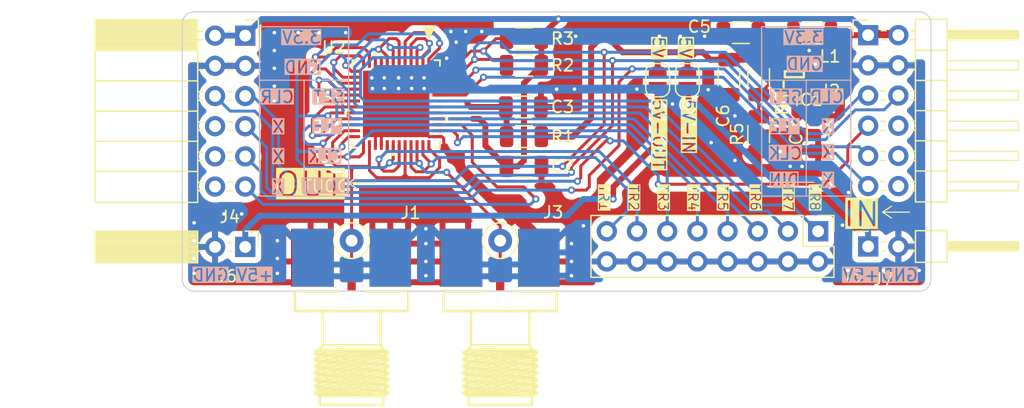
<source format=kicad_pcb>
(kicad_pcb (version 20240108) (generator "pcbnew") (generator_version "8.0")
  (layers (0 "F.Cu" signal) (31 "B.Cu" signal) (34 "B.Paste" user) (35 "F.Paste" user) (36 "B.SilkS" user "B.Silkscreen") (37 "F.SilkS" user "F.Silkscreen") (38 "B.Mask" user) (39 "F.Mask" user) (44 "Edge.Cuts" user))
  (net 0 "")
  (net 1 "+3.3V")
  (net 2 "GND")
  (net 3 "Net-(U2-VCC)")
  (net 4 "+5V")
  (net 5 "Net-(IC1-SW)")
  (net 6 "Net-(IC1-FB)")
  (net 7 "Net-(U2-COM1)")
  (net 8 "/DIN")
  (net 9 "/CLR")
  (net 10 "/*LE")
  (net 12 "/SET")
  (net 13 "/CLK")
  (net 16 "Net-(U2-COM0)")
  (net 19 "/DOUT")
  (net 21 "/TR6")
  (net 22 "/TR3")
  (net 23 "/TR4")
  (net 24 "/TR2")
  (net 25 "/TR8")
  (net 26 "/TR5")
  (net 27 "/TR1")
  (net 28 "/TR7")
  (net 29 "Net-(J6-Pin_1)")
  (net 30 "Net-(J7-Pin_1)")
  (footprint "TestPoint:TestPoint_Loop_D1.80mm_Drill1.0mm_Beaded" (layer "F.Cu") (at 160.75 81.5)
    (property "Reference" "REF**" (hide yes))
    (property "Value" "TestPoint_Loop_D1.80mm_Drill1.0mm_Beaded" (hide yes))
  )
  (footprint "ICTAMKY_V8:AMPHENOL_132357-11-MOD" (layer "F.Cu") (at 160.75 84.5 90)
    (property "Reference" "J3")
    (property "Value" "AMPHENOL_132357-11" (hide yes))
  )
  (footprint "Resistor_SMD:R_1206_3216Metric" (layer "F.Cu") (at 162.75 64.5)
    (property "Reference" "R3")
    (property "Value" "10K")
  )
  (footprint "Connector_PinHeader_2.54mm:PinHeader_2x01_P2.54mm_Horizontal" (layer "F.Cu") (at 191.71 81.99)
    (property "Reference" "J7")
    (property "Value" "22-23-2021")
  )
  (footprint "Jumper:SolderJumper-2_P1.3mm_Open_RoundedPad1.0x1.5mm" (layer "F.Cu") (at 176.5 68 90)
    (property "Reference" "JP2" (hide yes))
    (property "Value" "Jumper_2_Open")
  )
  (footprint "Connector_PinHeader_2.54mm:PinHeader_2x06_P2.54mm_Horizontal" (layer "F.Cu") (at 191.71 64.21)
    (property "Reference" "J2")
    (property "Value" "90122-0126")
  )
  (footprint "Resistor_SMD:R_1206_3216Metric" (layer "F.Cu") (at 182.5 67.75 90)
    (property "Reference" "R4")
    (property "Value" "732K")
  )
  (footprint "Connector_PinSocket_2.54mm:PinSocket_2x01_P2.54mm_Horizontal" (layer "F.Cu") (at 139.3 82.03)
    (property "Reference" "J6")
    (property "Value" "22-23-2021")
  )
  (footprint "Resistor_SMD:R_1206_3216Metric" (layer "F.Cu") (at 182.5 72.5375 90)
    (property "Reference" "R5")
    (property "Value" "100K")
  )
  (footprint "ICTAMKY_V8:21-0144H_T4877-6_MXM" (layer "F.Cu") (at 152 70 -90)
    (property "Reference" "U2")
    (property "Value" "MAX14866UTM+T")
  )
  (footprint "Inductor_SMD:L_1206_3216Metric" (layer "F.Cu") (at 187 64 180)
    (property "Reference" "L1")
    (property "Value" "1uH")
  )
  (footprint "TestPoint:TestPoint_Loop_D1.80mm_Drill1.0mm_Beaded" (layer "F.Cu") (at 148.25 81.5)
    (property "Reference" "REF**" (hide yes))
    (property "Value" "TestPoint_Loop_D1.80mm_Drill1.0mm_Beaded" (hide yes))
  )
  (footprint "Capacitor_SMD:C_1206_3216Metric" (layer "F.Cu") (at 162.7044 70.250001 180)
    (property "Reference" "C3")
    (property "Value" "100nF")
  )
  (footprint "Connector_PinSocket_2.54mm:PinSocket_2x06_P2.54mm_Horizontal" (layer "F.Cu") (at 139.3 64.25)
    (property "Reference" "J4")
    (property "Value" "90122-0126")
  )
  (footprint "SamacSys_Parts:SOTFL50P160X60-6N" (layer "F.Cu") (at 185.5 67.5 90)
    (property "Reference" "IC1")
    (property "Value" "TPS61023DRLR" (hide yes))
  )
  (footprint "Capacitor_SMD:C_1206_3216Metric" (layer "F.Cu") (at 180 67.75 90)
    (property "Reference" "C6")
    (property "Value" "22uF")
  )
  (footprint "Jumper:SolderJumper-2_P1.3mm_Open_RoundedPad1.0x1.5mm" (layer "F.Cu") (at 174 68 90)
    (property "Reference" "JP1" (hide yes))
    (property "Value" "Jumper_2_Open")
  )
  (footprint "ICTAMKY_V8:AMPHENOL_132357-11-MOD" (layer "F.Cu") (at 148.25 84.5 90)
    (property "Reference" "J1")
    (property "Value" "AMPHENOL_132357-11" (hide yes))
  )
  (footprint "Resistor_SMD:R_1206_3216Metric" (layer "F.Cu") (at 162.75 66.75)
    (property "Reference" "R2")
    (property "Value" "10K")
  )
  (footprint "Resistor_SMD:R_1206_3216Metric" (layer "F.Cu") (at 162.75 72.75)
    (property "Reference" "R1")
    (property "Value" "10R")
  )
  (footprint "Capacitor_SMD:C_1206_3216Metric" (layer "F.Cu") (at 181 64)
    (property "Reference" "C5")
    (property "Value" "22uF")
  )
  (footprint "Capacitor_SMD:C_1206_3216Metric" (layer "F.Cu") (at 162.75 75.25 180)
    (property "Reference" "C2")
    (property "Value" "1uF")
  )
  (footprint "Connector_PinHeader_2.54mm:PinHeader_2x08_P2.54mm_Vertical" (layer "F.Cu") (at 187.5 80.71 -90)
    (property "Reference" "J5")
    (property "Value" "Conn_02x08_Odd_Even")
  )
  (footprint "Capacitor_SMD:C_1206_3216Metric" (layer "F.Cu") (at 187.5 72.5 90)
    (property "Reference" "C4")
    (property "Value" "10uF")
  )
  (gr_line (start 144.25 77.75) (end 144.25 68) (stroke (width 0.1)) (layer "B.SilkS"))
  (gr_line (start 148 68) (end 140.5 68) (stroke (width 0.1)) (layer "B.SilkS"))
  (gr_rect (start 140.5 63.5) (end 148 77.75) (stroke (width 0.1)) (fill none) (layer "B.SilkS"))
  (gr_line (start 190.25 68) (end 182.75 68) (stroke (width 0.1)) (layer "B.SilkS"))
  (gr_rect (start 182.75 63.5) (end 190.25 77.75) (stroke (width 0.1)) (fill none) (layer "B.SilkS"))
  (gr_line (start 186.5 77.75) (end 186.5 68) (stroke (width 0.1)) (layer "B.SilkS"))
  (gr_poly (pts (xy 154.25 63.5) (xy 155.25 63.5) (xy 154.75 64.5)) (stroke (width 0.1)) (fill solid) (layer "F.SilkS"))
  (gr_line (start 192.925 79.1) (end 193.675 78.6) (stroke (width 0.1)) (layer "F.SilkS"))
  (gr_line (start 147.975 76.65) (end 148.725 77.15) (stroke (width 0.1)) (layer "F.SilkS"))
  (gr_line (start 147.975 76.65) (end 148.725 76.15) (stroke (width 0.1)) (layer "F.SilkS"))
  (gr_line (start 150.225 76.65) (end 147.975 76.65) (stroke (width 0.1)) (layer "F.SilkS"))
  (gr_line (start 192.925 79.1) (end 193.675 79.6) (stroke (width 0.1)) (layer "F.SilkS"))
  (gr_line (start 195.175 79.1) (end 192.925 79.1) (stroke (width 0.1)) (layer "F.SilkS"))
  (gr_arc (start 134 63.25) (mid 134.292893 62.542893) (end 135 62.25) (stroke (width 0.1)) (layer "Edge.Cuts"))
  (gr_arc (start 135 85.75) (mid 134.292893 85.457107) (end 134 84.75) (stroke (width 0.1)) (layer "Edge.Cuts"))
  (gr_line (start 197 63.25) (end 197 84.75) (stroke (width 0.1)) (layer "Edge.Cuts"))
  (gr_line (start 134 84.75) (end 134 63.25) (stroke (width 0.1)) (layer "Edge.Cuts"))
  (gr_line (start 135 62.25) (end 196 62.25) (stroke (width 0.1)) (layer "Edge.Cuts"))
  (gr_arc (start 196 62.25) (mid 196.707107 62.542893) (end 197 63.25) (stroke (width 0.1)) (layer "Edge.Cuts"))
  (gr_arc (start 197 84.75) (mid 196.707107 85.457107) (end 196 85.75) (stroke (width 0.1)) (layer "Edge.Cuts"))
  (gr_line (start 196 85.75) (end 135 85.75) (stroke (width 0.1)) (layer "Edge.Cuts"))
  (gr_text "X" (at 187.75 71.25 180) (layer "B.SilkS" knockout) (effects (font (size 1 1)) (justify left bottom mirror)))
  (gr_text "DIN" (at 186 77 0) (layer "B.SilkS" knockout) (effects (font (size 1 1)) (justify left bottom mirror)))
  (gr_text "CLK" (at 147.5 75 0) (layer "B.SilkS" knockout) (effects (font (size 1 1)) (justify left bottom mirror)))
  (gr_text "+5V" (at 141.75 85 0) (layer "B.SilkS" knockout) (effects (font (size 1 1)) (justify left bottom mirror)))
  (gr_text "+5V" (at 192.75 85 0) (layer "B.SilkS" knockout) (effects (font (size 1 1)) (justify left bottom mirror)))
  (gr_text "X" (at 187.75 73.4 180) (layer "B.SilkS" knockout) (effects (font (size 1 1)) (justify left bottom mirror)))
  (gr_text "GND" (at 145.75 67.5 0) (layer "B.SilkS" knockout) (effects (font (size 1 1)) (justify left bottom mirror)))
  (gr_text "GND" (at 138 85 0) (layer "B.SilkS" knockout) (effects (font (size 1 1)) (justify left bottom mirror)))
  (gr_text "3.3V" (at 145.75 65 0) (layer "B.SilkS" knockout) (effects (font (size 1 1)) (justify left bottom mirror)))
  (gr_text "X" (at 141.5 76.3 180) (layer "B.SilkS" knockout) (effects (font (size 1 1)) (justify left bottom mirror)))
  (gr_text "CLR" (at 189.75 70 0) (layer "B.SilkS" knockout) (effects (font (size 1 1)) (justify left bottom mirror)))
  (gr_text "X" (at 187.75 75.75 180) (layer "B.SilkS" knockout) (effects (font (size 1 1)) (justify left bottom mirror)))
  (gr_text "SET" (at 186.25 70 0) (layer "B.SilkS" knockout) (effects (font (size 1 1)) (justify left bottom mirror)))
  (gr_text "DOUT" (at 148.1 77.5 0) (layer "B.SilkS" knockout) (effects (font (size 1 1)) (justify left bottom mirror)))
  (gr_text "X" (at 141.5 73.75 180) (layer "B.SilkS" knockout) (effects (font (size 1 1)) (justify left bottom mirror)))
  (gr_text "SET" (at 147.75 70 0) (layer "B.SilkS" knockout) (effects (font (size 1 1)) (justify left bottom mirror)))
  (gr_text "3.3V" (at 188 65 0) (layer "B.SilkS" knockout) (effects (font (size 1 1)) (justify left bottom mirror)))
  (gr_text "CLR" (at 143.5 70 0) (layer "B.SilkS" knockout) (effects (font (size 1 1)) (justify left bottom mirror)))
  (gr_text "CLK" (at 186.25 74.75 0) (layer "B.SilkS" knockout) (effects (font (size 1 1)) (justify left bottom mirror)))
  (gr_text "GND" (at 188 67.25 0) (layer "B.SilkS" knockout) (effects (font (size 1 1)) (justify left bottom mirror)))
  (gr_text "*LE" (at 186 72.5 0) (layer "B.SilkS" knockout) (effects (font (size 1 1)) (justify left bottom mirror)))
  (gr_text "GND" (at 196 85 0) (layer "B.SilkS" knockout) (effects (font (size 1 1)) (justify left bottom mirror)))
  (gr_text "X" (at 141.5 71.25 180) (layer "B.SilkS" knockout) (effects (font (size 1 1)) (justify left bottom mirror)))
  (gr_text "*LE" (at 147.5 72.5 0) (layer "B.SilkS" knockout) (effects (font (size 1 1)) (justify left bottom mirror)))
  (gr_text "OUT" (at 141.7 77.95 0) (layer "F.SilkS" knockout) (effects (font (size 2 2) (thickness 0.2)) (justify left bottom)))
  (gr_text "TR6" (at 181.75 76.75 -90) (layer "F.SilkS" knockout) (effects (font (size 0.8 0.8) (thickness 0.1)) (justify left bottom)))
  (gr_text "TR4" (at 176.5 76.75 -90) (layer "F.SilkS" knockout) (effects (font (size 0.8 0.8) (thickness 0.1)) (justify left bottom)))
  (gr_text "TR7" (at 184.5 76.75 -90) (layer "F.SilkS" knockout) (effects (font (size 0.8 0.8) (thickness 0.1)) (justify left bottom)))
  (gr_text "TR1" (at 169 76.75 -90) (layer "F.SilkS" knockout) (effects (font (size 0.8 0.8) (thickness 0.1)) (justify left bottom)))
  (gr_text "5V" (at 173.5 64.25 -90) (layer "F.SilkS" knockout) (effects (font (size 1 1)) (justify left bottom)))
  (gr_text "TR3" (at 174 76.75 -90) (layer "F.SilkS" knockout) (effects (font (size 0.8 0.8) (thickness 0.1)) (justify left bottom)))
  (gr_text "TR8" (at 186.75 76.75 -90) (layer "F.SilkS" knockout) (effects (font (size 0.8 0.8) (thickness 0.1)) (justify left bottom)))
  (gr_text "5V-OUT" (at 173.5 69.5 -90) (layer "F.SilkS" knockout) (effects (font (size 1 1)) (justify left bottom)))
  (gr_text "5V-IN" (at 176 69.5 270) (layer "F.SilkS" knockout) (effects (font (size 1 1)) (justify left bottom)))
  (gr_text "IN" (at 189.5 80.45 0) (layer "F.SilkS" knockout) (effects (font (size 2 2) (thickness 0.2)) (justify left bottom)))
  (gr_text "TR2" (at 171.5 76.75 -90) (layer "F.SilkS" knockout) (effects (font (size 0.8 0.8) (thickness 0.1)) (justify left bottom)))
  (gr_text "TR5" (at 179 76.75 -90) (layer "F.SilkS" knockout) (effects (font (size 0.8 0.8) (thickness 0.1)) (justify left bottom)))
  (gr_text "5V" (at 175.75 64.25 -90) (layer "F.SilkS" knockout) (effects (font (size 1 1)) (justify left bottom)))
  (segment (start 161.25 75.25) (end 161.275 75.25) (width 0.5) (layer "F.Cu") (net 1))
  (segment (start 185.5 69.1) (end 185.5 68.419) (width 0.3) (layer "F.Cu") (net 1))
  (segment (start 158.45 71.25) (end 155.4544 71.25) (width 0.25) (layer "F.Cu") (net 1))
  (segment (start 159 71.25) (end 159.5 71.75) (width 0.5) (layer "F.Cu") (net 1))
  (segment (start 164.2125 64.5) (end 164.2125 66.75) (width 0.5) (layer "F.Cu") (net 1))
  (segment (start 161.275 75.25) (end 162.25 75.25) (width 0.5) (layer "F.Cu") (net 1))
  (segment (start 162.75 74.75) (end 162.75 68.25) (width 0.5) (layer "F.Cu") (net 1))
  (segment (start 162.25 75.25) (end 162.75 74.75) (width 0.5) (layer "F.Cu") (net 1))
  (segment (start 164.2125 64.2875) (end 164.2125 64.5) (width 0.5) (layer "F.Cu") (net 1))
  (segment (start 158.45 71.25) (end 159 71.25) (width 0.5) (layer "F.Cu") (net 1))
  (segment (start 187.331 68.25) (end 185.669 68.25) (width 0.3) (layer "F.Cu") (net 1))
  (segment (start 161.275 75.075) (end 161.275 75.25) (width 0.25) (layer "F.Cu") (net 1))
  (segment (start 159.5 71.75) (end 159.5 73.5) (width 0.5) (layer "F.Cu") (net 1))
  (segment (start 164.2125 66.7875) (end 164.2125 66.75) (width 0.5) (layer "F.Cu") (net 1))
  (segment (start 194.25 64.025) (end 191.71 64.025) (width 0.5) (layer "F.Cu") (net 1))
  (segment (start 165.65 62.85) (end 164.2125 64.2875) (width 0.5) (layer "F.Cu") (net 1))
  (segment (start 162.75 68.25) (end 164.2125 66.7875) (width 0.5) (layer "F.Cu") (net 1))
  (segment (start 159.5 73.5) (end 161.25 75.25) (width 0.5) (layer "F.Cu") (net 1))
  (via (at 165.65 62.85) (size 0.6) (drill 0.3) (layers "F.Cu" "B.Cu") (net 1))
  (segment (start 139.3 64.25) (end 136.76 64.25) (width 0.5) (layer "B.Cu") (net 1))
  (segment (start 140.7 62.85) (end 139.3 64.25) (width 0.5) (layer "B.Cu") (net 1))
  (segment (start 165.65 62.85) (end 140.7 62.85) (width 0.5) (layer "B.Cu") (net 1))
  (segment (start 181.1 62.85) (end 190.35 62.85) (width 0.5) (layer "B.Cu") (net 1))
  (segment (start 190.35 62.85) (end 191.71 64.21) (width 0.5) (layer "B.Cu") (net 1))
  (segment (start 181.1 62.85) (end 165.65 62.85) (width 0.5) (layer "B.Cu") (net 1))
  (segment (start 153 82.09375) (end 153 78.60625) (width 0.5) (layer "F.Cu") (net 2))
  (segment (start 156.24375 81.75) (end 152.75625 81.75) (width 0.5) (layer "F.Cu") (net 2))
  (segment (start 150.75 66.5456) (end 150.75 68.75) (width 0.25) (layer "F.Cu") (net 2))
  (segment (start 150.250001 66.5456) (end 150.250001 68.250001) (width 0.25) (layer "F.Cu") (net 2))
  (segment (start 144.6375 83.25) (end 141.15 83.25) (width 0.5) (layer "F.Cu") (net 2))
  (segment (start 168.49375 85) (end 165.00625 85) (width 0.5) (layer "F.Cu") (net 2))
  (segment (start 151.5 82.4375) (end 151.5 78.95) (width 0.5) (layer "F.Cu") (net 2))
  (segment (start 164 82.4875) (end 164 81.35) (width 1) (layer "F.Cu") (net 2))
  (segment (start 156.24375 85) (end 152.75625 85) (width 0.5) (layer "F.Cu") (net 2))
  (segment (start 155.4544 70.750001) (end 152.750001 70.750001) (width 0.25) (layer "F.Cu") (net 2))
  (segment (start 155.4544 70.25) (end 152.25 70.25) (width 0.25) (layer "F.Cu") (net 2))
  (segment (start 150.250001 73.4544) (end 150.250001 71.749999) (width 0.25) (layer "F.Cu") (net 2))
  (segment (start 158.05 82.49375) (end 158.05 79.00625) (width 0.5) (layer "F.Cu") (net 2))
  (segment (start 155.4544 67.25) (end 155.8 67.25) (width 0.25) (layer "F.Cu") (net 2))
  (segment (start 155.85 72.75) (end 156 72.9) (width 0.25) (layer "F.Cu") (net 2))
  (segment (start 167.85 83.25) (end 164.95625 83.25) (width 0.5) (layer "F.Cu") (net 2))
  (segment (start 143.74375 85) (end 140.25625 85) (width 0.5) (layer "F.Cu") (net 2))
  (segment (start 155.4544 72.75) (end 154.75 72.75) (width 0.25) (layer "F.Cu") (net 2))
  (segment (start 154.75 72.75) (end 152 70) (width 0.25) (layer "F.Cu") (net 2))
  (segment (start 150.75 73.4544) (end 150.75 71.25) (width 0.25) (layer "F.Cu") (net 2))
  (segment (start 156.24375 83.25) (end 152.75625 83.25) (width 0.5) (layer "F.Cu") (net 2))
  (segment (start 164 81.35) (end 161.4 78.75) (width 1) (layer "F.Cu") (net 2))
  (segment (start 155.9 82.54375) (end 155.9 79.05625) (width 0.5) (layer "F.Cu") (net 2))
  (segment (start 155.8 67.25) (end 156.05 67) (width 0.25) (layer "F.Cu") (net 2))
  (segment (start 156 72.9) (end 156 73.8) (width 0.25) (layer "F.Cu") (net 2))
  (segment (start 156.05 67) (end 156.05 66.2) (width 0.25) (layer "F.Cu") (net 2))
  (segment (start 186.15 66.662) (end 187.4 66.662) (width 0.5) (layer "F.Cu") (net 2))
  (segment (start 150 82.39375) (end 150 78.90625) (width 0.5) (layer "F.Cu") (net 2))
  (segment (start 144.8 78.1) (end 144.8 81.5875) (width 0.5) (layer "F.Cu") (net 2))
  (segment (start 161.4 78.75) (end 161.35 78.75) (width 1) (layer "F.Cu") (net 2))
  (segment (start 156 73.8) (end 156.6 74.4) (width 0.25) (layer "F.Cu") (net 2))
  (segment (start 146.5 78.35) (end 146.5 81.8375) (width 0.5) (layer "F.Cu") (net 2))
  (segment (start 155.4544 72.75) (end 155.85 72.75) (width 0.25) (layer "F.Cu") (net 2))
  (segment (start 153.925 68.075) (end 153.575 68.425) (width 0.25) (layer "F.Cu") (net 2))
  (segment (start 155.4544 67.25) (end 154.75 67.25) (width 0.25) (layer "F.Cu") (net 2))
  (segment (start 154.75 67.25) (end 153.925 68.075) (width 0.25) (layer "F.Cu") (net 2))
  (via (at 186.15 75.25) (size 0.6) (drill 0.3) (layers "F.Cu" "B.Cu") (net 2))
  (via (at 152.2 67.8) (size 0.6) (drill 0.3) (layers "F.Cu" "B.Cu") (net 2))
  (via (at 154.35 67.8) (size 0.6) (drill 0.3) (layers "F.Cu" "B.Cu") (net 2))
  (via (at 141.75 68.5) (size 0.6) (drill 0.3) (layers "F.Cu" "B.Cu") (net 2))
  (via (at 142 83) (size 0.6) (drill 0.3) (layers "F.Cu" "B.Cu") (net 2))
  (via (at 142 84.25) (size 0.6) (drill 0.3) (layers "F.Cu" "B.Cu") (net 2))
  (via (at 141.75 67) (size 0.6) (drill 0.3) (layers "F.Cu" "B.Cu") (net 2))
  (via (at 185.15 75.25) (size 0.6) (drill 0.3) (layers "F.Cu" "B.Cu") (net 2))
  (via (at 139 79.25) (size 0.6) (drill 0.3) (layers "F.Cu" "B.Cu") (net 2))
  (via (at 143.75 64) (size 0.6) (drill 0.3) (layers "F.Cu" "B.Cu") (net 2))
  (via (at 156.25 66.15) (size 0.6) (drill 0.3) (layers "F.Cu" "B.Cu") (net 2))
  (via (at 159.2 63.9) (size 0.6) (drill 0.3) (layers "F.Cu" "B.Cu") (net 2))
  (via (at 154.5 81.75) (size 0.6) (drill 0.3) (layers "F.Cu" "B.Cu") (net 2))
  (via (at 141.75 65.5) (size 0.6) (drill 0.3) (layers "F.Cu" "B.Cu") (net 2))
  (via (at 149.95 67.8) (size 0.6) (drill 0.3) (layers "F.Cu" "B.Cu") (net 2))
  (via (at 175.25 70) (size 0.6) (drill 0.3) (layers "F.Cu" "B.Cu") (net 2))
  (via (at 141.75 64) (size 0.6) (drill 0.3) (layers "F.Cu" "B.Cu") (net 2))
  (via (at 137.5 79.25) (size 0.6) (drill 0.3) (layers "F.Cu" "B.Cu") (net 2))
  (via (at 157.85 63.9) (size 0.6) (drill 0.3) (layers "F.Cu" "B.Cu") (net 2))
  (via (at 178.25 68.8) (size 0.6) (drill 0.3) (layers "F.Cu" "B.Cu") (net 2))
  (via (at 135 83) (size 0.6) (drill 0.3) (layers "F.Cu" "B.Cu") (net 2))
  (via (at 189.55 80.2) (size 0.6) (drill 0.3) (layers "F.Cu" "B.Cu") (net 2))
  (via (at 187.25 66.662) (size 0.6) (drill 0.3) (layers "F.Cu" "B.Cu") (net 2))
  (via (at 145.5 64) (size 0.6) (drill 0.3) (layers "F.Cu" "B.Cu") (net 2))
  (via (at 184.3 74) (size 0.6) (drill 0.3) (layers "F.Cu" "B.Cu") (net 2))
  (via (at 166.75 84.45) (size 0.6) (drill 0.3) (layers "F.Cu" "B.Cu") (net 2))
  (via (at 156.6 63.9) (size 0.6) (drill 0.3) (layers "F.Cu" "B.Cu") (net 2))
  (via (at 165.8 64.3) (size 0.6) (drill 0.3) (layers "F.Cu" "B.Cu") (net 2))
  (via (at 177.95 64.3) (size 0.6) (drill 0.3) (layers "F.Cu" "B.Cu") (net 2))
  (via (at 135 81.5) (size 0.6) (drill 0.3) (layers "F.Cu" "B.Cu") (net 2))
  (via (at 150 68.7) (size 0.6) (drill 0.3) (layers "F.Cu" "B.Cu") (net 2))
  (via (at 180.5 71) (size 0.6) (drill 0.3) (layers "F.Cu" "B.Cu") (net 2))
  (via (at 174.15 64.3) (size 0.6) (drill 0.3) (layers "F.Cu" "B.Cu") (net 2))
  (via (at 147.75 64) (size 0.6) (drill 0.3) (layers "F.Cu" "B.Cu") (net 2))
  (via (at 154.5 80.5) (size 0.6) (drill 0.3) (layers "F.Cu" "B.Cu") (net 2))
  (via (at 153.3 67.8) (size 0.6) (drill 0.3) (layers "F.Cu" "B.Cu") (net 2))
  (via (at 167.75 80.25) (size 0.6) (drill 0.3) (layers "F.Cu" "B.Cu") (net 2))
  (via (at 151 68.7) (size 0.6) (drill 0.3) (layers "F.Cu" "B.Cu") (net 2))
  (via (at 151 67.8) (size 0.6) (drill 0.3) (layers "F.Cu" "B.Cu") (net 2))
  (via (at 177.05 71.7) (size 0.6) (drill 0.3) (layers "F.Cu" "B.Cu") (net 2))
  (via (at 175.9 64.3) (size 0.6) (drill 0.3) (layers "F.Cu" "B.Cu") (net 2))
  (via (at 190 84) (size 0.6) (drill 0.3) (layers "F.Cu" "B.Cu") (net 2))
  (via (at 167.1 64.3) (size 0.6) (drill 0.3) (layers "F.Cu" "B.Cu") (net 2))
  (via (at 153.3 68.7) (size 0.6) (drill 0.3) (layers "F.Cu" "B.Cu") (net 2))
  (via (at 196 84) (size 0.6) (drill 0.3) (layers "F.Cu" "B.Cu") (net 2))
  (via (at 190.05 77.45) (size 0.6) (drill 0.3) (layers "F.Cu" "B.Cu") (net 2))
  (via (at 178.5 73.25) (size 0.6) (drill 0.3) (layers "F.Cu" "B.Cu") (net 2))
  (via (at 141.75 69.75) (size 0.6) (drill 0.3) (layers "F.Cu" "B.Cu") (net 2))
  (via (at 157.05 64.8) (size 0.6) (drill 0.3) (layers "F.Cu" "B.Cu") (net 2))
  (via (at 135 84.25) (size 0.6) (drill 0.3) (layers "F.Cu" "B.Cu") (net 2))
  (via (at 142 81.5) (size 0.6) (drill 0.3) (layers "F.Cu" "B.Cu") (net 2))
  (via (at 166.75 83.25) (size 0.6) (drill 0.3) (layers "F.Cu" "B.Cu") (net 2))
  (via (at 180.5 74.75) (size 0.6) (drill 0.3) (layers "F.Cu" "B.Cu") (net 2))
  (via (at 172.25 68.75) (size 0.6) (drill 0.3) (layers "F.Cu" "B.Cu") (net 2))
  (via (at 165.5 68.75) (size 0.6) (drill 0.3) (layers "F.Cu" "B.Cu") (net 2))
  (via (at 152.2 68.7) (size 0.6) (drill 0.3) (layers "F.Cu" "B.Cu") (net 2))
  (via (at 193 84) (size 0.6) (drill 0.3) (layers "F.Cu" "B.Cu") (net 2))
  (via (at 135 80) (size 0.6) (drill 0.3) (layers "F.Cu" "B.Cu") (net 2))
  (via (at 154.5 83.25) (size 0.6) (drill 0.3) (layers "F.Cu" "B.Cu") (net 2))
  (via (at 166.75 81.75) (size 0.6) (drill 0.3) (layers "F.Cu" "B.Cu") (net 2))
  (via (at 154.35 68.7) (size 0.6) (drill 0.3) (layers "F.Cu" "B.Cu") (net 2))
  (via (at 154.5 84.45) (size 0.6) (drill 0.3) (layers "F.Cu" "B.Cu") (net 2))
  (via (at 186.75 65.5) (size 0.6) (drill 0.3) (layers "F.Cu" "B.Cu") (net 2))
  (via (at 167 68.75) (size 0.6) (drill 0.3) (layers "F.Cu" "B.Cu") (net 2))
  (segment (start 162.5 82.4875) (end 167.8875 82.4875) (width 0.5) (layer "B.Cu") (net 2))
  (segment (start 157.25 84.5) (end 163.75 84.5) (width 0.5) (layer "B.Cu") (net 2))
  (segment (start 167.8875 82.4875) (end 167.95 82.55) (width 0.5) (layer "B.Cu") (net 2))
  (segment (start 145.05 83) (end 145.55 83.5) (width 0.5) (layer "B.Cu") (net 2))
  (segment (start 151.05 83.5) (end 151.55 83) (width 0.5) (layer "B.Cu") (net 2))
  (segment (start 144.95 84.5) (end 151.45 84.5) (width 0.5) (layer "B.Cu") (net 2))
  (segment (start 157.3 82.45) (end 158.35 83.5) (width 0.5) (layer "B.Cu") (net 2))
  (segment (start 158.35 83.5) (end 162.75 83.5) (width 0.5) (layer "B.Cu") (net 2))
  (segment (start 162.85 84.45) (end 168.35 84.45) (width 0.5) (layer "B.Cu") (net 2))
  (segment (start 162.75 83.5) (end 163.8 82.45) (width 0.5) (layer "B.Cu") (net 2))
  (segment (start 145.55 83.5) (end 151.05 83.5) (width 0.5) (layer "B.Cu") (net 2))
  (segment (start 161.229399 70.25) (end 161.2294 70.250001) (width 0.25) (layer "F.Cu") (net 3))
  (segment (start 161.2875 72.75) (end 161.2875 70.308101) (width 0.5) (layer "F.Cu") (net 3))
  (segment (start 161.2875 70.308101) (end 161.2294 70.250001) (width 0.25) (layer "F.Cu") (net 3))
  (segment (start 157.75 69.75) (end 155.4544 69.75) (width 0.25) (layer "F.Cu") (net 3))
  (segment (start 158 70) (end 158.25 70.25) (width 0.5) (layer "F.Cu") (net 3))
  (segment (start 158.25 70.25) (end 161.229399 70.25) (width 0.5) (layer "F.Cu") (net 3))
  (segment (start 158 70) (end 157.75 69.75) (width 0.25) (layer "F.Cu") (net 3))
  (segment (start 174 66.15) (end 173.5 65.65) (width 0.5) (layer "F.Cu") (net 4))
  (segment (start 164.2125 72.75) (end 166.85 72.75) (width 0.5) (layer "F.Cu") (net 4))
  (segment (start 176.5 66.25) (end 176.5 65.95) (width 0.5) (layer "F.Cu") (net 4))
  (segment (start 174 65.65) (end 174.75 65.65) (width 0.5) (layer "F.Cu") (net 4))
  (segment (start 174.75 65.65) (end 176 65.65) (width 0.5) (layer "F.Cu") (net 4))
  (segment (start 177.2 65.65) (end 177.8 65.65) (width 0.5) (layer "F.Cu") (net 4))
  (segment (start 182.8745 66.662) (end 182.5 66.2875) (width 0.5) (layer "F.Cu") (net 4))
  (segment (start 178.425 66.275) (end 180 66.275) (width 0.5) (layer "F.Cu") (net 4))
  (segment (start 176.8 65.65) (end 177.2 65.65) (width 0.5) (layer "F.Cu") (net 4))
  (segment (start 174 66.25) (end 174 65.65) (width 0.5) (layer "F.Cu") (net 4))
  (segment (start 176.5 66.5) (end 176.5 66.25) (width 0.5) (layer "F.Cu") (net 4))
  (segment (start 180 66.275) (end 182.4875 66.275) (width 0.5) (layer "F.Cu") (net 4))
  (segment (start 169.05 64.6) (end 170 64.6) (width 0.5) (layer "F.Cu") (net 4))
  (segment (start 176.5 66.5) (end 176.5 66.35) (width 0.5) (layer "F.Cu") (net 4))
  (segment (start 182.475 66.2625) (end 182.5 66.2875) (width 0.5) (layer "F.Cu") (net 4))
  (segment (start 176.5 66.35) (end 177.2 65.65) (width 0.5) (layer "F.Cu") (net 4))
  (segment (start 174 66.25) (end 174 66.15) (width 0.5) (layer "F.Cu") (net 4))
  (segment (start 168.4 71.2) (end 168.4 65.25) (width 0.5) (layer "F.Cu") (net 4))
  (segment (start 174 67.35) (end 174 66.25) (width 0.5) (layer "F.Cu") (net 4))
  (segment (start 176.5 66.25) (end 176.5 65.65) (width 0.5) (layer "F.Cu") (net 4))
  (segment (start 182.475 64) (end 182.475 66.2625) (width 0.5) (layer "F.Cu") (net 4))
  (segment (start 177.8 65.65) (end 178.425 66.275) (width 0.5) (layer "F.Cu") (net 4))
  (segment (start 166.85 72.75) (end 168.4 71.2) (width 0.5) (layer "F.Cu") (net 4))
  (segment (start 176.5 67.35) (end 176.5 66.5) (width 0.5) (layer "F.Cu") (net 4))
  (segment (start 184.85 66.662) (end 182.7245 66.662) (width 0.5) (layer "F.Cu") (net 4))
  (segment (start 174.5 65.65) (end 174.75 65.65) (width 0.5) (layer "F.Cu") (net 4))
  (segment (start 176 65.65) (end 176.5 65.65) (width 0.5) (layer "F.Cu") (net 4))
  (segment (start 173.5 65.65) (end 174 65.65) (width 0.5) (layer "F.Cu") (net 4))
  (segment (start 182.4875 66.275) (end 182.5 66.2875) (width 0.5) (layer "F.Cu") (net 4))
  (segment (start 176.5 66.25) (end 176.5 66.15) (width 0.5) (layer "F.Cu") (net 4))
  (segment (start 174 66.15) (end 174.5 65.65) (width 0.5) (layer "F.Cu") (net 4))
  (segment (start 176.5 65.95) (end 176.8 65.65) (width 0.5) (layer "F.Cu") (net 4))
  (segment (start 170 64.6) (end 171.05 65.65) (width 0.5) (layer "F.Cu") (net 4))
  (segment (start 171.05 65.65) (end 173.5 65.65) (width 0.5) (layer "F.Cu") (net 4))
  (segment (start 168.4 65.25) (end 169.05 64.6) (width 0.5) (layer "F.Cu") (net 4))
  (segment (start 176.5 66.15) (end 176 65.65) (width 0.5) (layer "F.Cu") (net 4))
  (segment (start 176.5 65.65) (end 176.8 65.65) (width 0.5) (layer "F.Cu") (net 4))
  (segment (start 185.5 66.662) (end 185.5 64.075) (width 0.25) (layer "F.Cu") (net 5))
  (segment (start 185.5 64.075) (end 185.425 64) (width 0.25) (layer "F.Cu") (net 5))
  (segment (start 183.3745 68.338) (end 182.5 69.2125) (width 0.25) (layer "F.Cu") (net 6))
  (segment (start 185 68.338) (end 183.3745 68.338) (width 0.25) (layer "F.Cu") (net 6))
  (segment (start 182.5 69.2125) (end 182.5 71.075) (width 0.25) (layer "F.Cu") (net 6))
  (segment (start 148.25 75.75) (end 148.25 75.499999) (width 0.25) (layer "F.Cu") (net 7))
  (segment (start 148.25 75.499999) (end 148 75.249999) (width 0.25) (layer "F.Cu") (net 7))
  (segment (start 148.25 84) (end 148.25 75.75) (width 0.25) (layer "F.Cu") (net 7))
  (segment (start 153 76.2) (end 154.8 76.2) (width 0.25) (layer "F.Cu") (net 7))
  (segment (start 148.25 75.499999) (end 148.5 75.249999) (width 0.25) (layer "F.Cu") (net 7))
  (segment (start 155.65 75.35) (end 155.65 74.65) (width 0.25) (layer "F.Cu") (net 7))
  (segment (start 155.65 74.65) (end 154.752001 73.752001) (width 0.25) (layer "F.Cu") (net 7))
  (segment (start 147.75 66.75) (end 148.247999 67.247999) (width 0.25) (layer "F.Cu") (net 7))
  (segment (start 154.752001 73.752001) (end 154.752001 73.4544) (width 0.25) (layer "F.Cu") (net 7))
  (segment (start 145.85 74.15) (end 146.949999 75.249999) (width 0.25) (layer "F.Cu") (net 7))
  (segment (start 148.247999 67.247999) (end 148.25 67.247999) (width 0.25) (layer "F.Cu") (net 7))
  (segment (start 145.85 73.3) (end 145.85 74.15) (width 0.25) (layer "F.Cu") (net 7))
  (segment (start 152.750001 76.149999) (end 152.750001 76) (width 0.25) (layer "F.Cu") (net 7))
  (segment (start 152.5 76.2) (end 152.7 76.2) (width 0.25) (layer "F.Cu") (net 7))
  (segment (start 152.750001 76.2) (end 153 76.2) (width 0.25) (layer "F.Cu") (net 7))
  (segment (start 149.749999 75.249999) (end 149.749999 75.599999) (width 0.25) (layer "F.Cu") (net 7))
  (segment (start 153.749999 65.500001) (end 154 65.25) (width 0.25) (layer "F.Cu") (net 7))
  (segment (start 152.750001 76) (end 152.7 76) (width 0.25) (layer "F.Cu") (net 7))
  (segment (start 152.7 76.2) (end 152.750001 76.149999) (width 0.25) (layer "F.Cu") (net 7))
  (segment (start 149.749999 73.4544) (end 149.749999 74.500001) (width 0.25) (layer "F.Cu") (net 7))
  (segment (start 146.499999 69.249999) (end 146.25 69) (width 0.25) (layer "F.Cu") (net 7))
  (segment (start 152.750001 76) (end 152.8 76) (width 0.25) (layer "F.Cu") (net 7))
  (segment (start 154.8 76.2) (end 155.65 75.35) (width 0.25) (layer "F.Cu") (net 7))
  (segment (start 148.5456 69.249999) (end 146.499999 69.249999) (width 0.25) (layer "F.Cu") (net 7))
  (segment (start 149.749999 74.500001) (end 149.749999 75.249999) (width 0.25) (layer "F.Cu") (net 7))
  (segment (start 151.75 65.5) (end 151.75 66.5456) (width 0.25) (layer "F.Cu") (net 7))
  (segment (start 146.949999 75.249999) (end 148 75.249999) (width 0.25) (layer "F.Cu") (net 7))
  (segment (start 148.5 75.249999) (end 149.749999 75.249999) (width 0.25) (layer "F.Cu") (net 7))
  (segment (start 151.5 65.25) (end 151.75 65.5) (width 0.25) (layer "F.Cu") (net 7))
  (segment (start 148.25 75.249999) (end 148.5 75.249999) (width 0.25) (layer "F.Cu") (net 7))
  (segment (start 152.8 76) (end 153 76.2) (width 0.25) (layer "F.Cu") (net 7))
  (segment (start 148 75.249999) (end 148.25 75.249999) (width 0.25) (layer "F.Cu") (net 7))
  (segment (start 149.749999 75.599999) (end 150.35 76.2) (width 0.25) (layer "F.Cu") (net 7))
  (segment (start 148.25 67.247999) (end 148.252001 67.25) (width 0.25) (layer "F.Cu") (net 7))
  (segment (start 152.750001 76) (end 152.750001 73.4544) (width 0.25) (layer "F.Cu") (net 7))
  (segment (start 147.400001 71.749999) (end 148.5456 71.749999) (width 0.25) (layer "F.Cu") (net 7))
  (segment (start 152.7 76) (end 152.5 76.2) (width 0.25) (layer "F.Cu") (net 7))
  (segment (start 145.85 73.3) (end 147.400001 71.749999) (width 0.25) (layer "F.Cu") (net 7))
  (segment (start 148.25 75.75) (end 148.25 75.249999) (width 0.25) (layer "F.Cu") (net 7))
  (segment (start 153.749999 66.5456) (end 153.749999 65.500001) (width 0.25) (layer "F.Cu") (net 7))
  (segment (start 150.35 76.2) (end 152.5 76.2) (width 0.25) (layer "F.Cu") (net 7))
  (segment (start 148.252001 67.25) (end 148.5456 67.25) (width 0.25) (layer "F.Cu") (net 7))
  (via (at 151.5 65.25) (size 0.6) (drill 0.3) (layers "F.Cu" "B.Cu") (net 7))
  (via (at 154 65.25) (size 0.6) (drill 0.3) (layers "F.Cu" "B.Cu") (net 7))
  (via (at 147.75 66.75) (size 0.6) (drill 0.3) (layers "F.Cu" "B.Cu") (net 7))
  (via (at 145.85 73.3) (size 0.6) (drill 0.3) (layers "F.Cu" "B.Cu") (net 7))
  (via (at 146.25 69) (size 0.6) (drill 0.3) (layers "F.Cu" "B.Cu") (net 7))
  (segment (start 144.55 73.4) (end 144.2 73.05) (width 0.25) (layer "B.Cu") (net 7))
  (segment (start 150 64.6) (end 147.85 66.75) (width 0.25) (layer "B.Cu") (net 7))
  (segment (start 146.5 65.75) (end 147.25 65.75) (width 0.25) (layer "B.Cu") (net 7))
  (segment (start 147.25 65.75) (end 147.75 66.25) (width 0.25) (layer "B.Cu") (net 7))
  (segment (start 151.5 65.25) (end 154 65.25) (width 0.25) (layer "B.Cu") (net 7))
  (segment (start 147.75 66.25) (end 147.75 66.75) (width 0.25) (layer "B.Cu") (net 7))
  (segment (start 144.8 67.45) (end 146.5 65.75) (width 0.25) (layer "B.Cu") (net 7))
  (segment (start 144.2 72.3) (end 144.65 71.85) (width 0.25) (layer "B.Cu") (net 7))
  (segment (start 145.75 73.4) (end 144.55 73.4) (width 0.25) (layer "B.Cu") (net 7))
  (segment (start 145.35 69) (end 144.8 68.45) (width 0.25) (layer "B.Cu") (net 7))
  (segment (start 147 71.25) (end 147 69.75) (width 0.25) (layer "B.Cu") (net 7))
  (segment (start 150.95 64.6) (end 150 64.6) (width 0.25) (layer "B.Cu") (net 7))
  (segment (start 144.2 73.05) (end 144.2 72.3) (width 0.25) (layer "B.Cu") (net 7))
  (segment (start 144.65 71.85) (end 146.4 71.85) (width 0.25) (layer "B.Cu") (net 7))
  (segment (start 146.25 69) (end 145.35 69) (width 0.25) (layer "B.Cu") (net 7))
  (segment (start 146.4 71.85) (end 147 71.25) (width 0.25) (layer "B.Cu") (net 7))
  (segment (start 144.8 68.45) (end 144.8 67.45) (width 0.25) (layer "B.Cu") (net 7))
  (segment (start 147.85 66.75) (end 147.75 66.75) (width 0.25) (layer "B.Cu") (net 7))
  (segment (start 151.5 65.25) (end 151.5 65.15) (width 0.25) (layer "B.Cu") (net 7))
  (segment (start 147 69.75) (end 146.25 69) (width 0.25) (layer "B.Cu") (net 7))
  (segment (start 145.85 73.3) (end 145.75 73.4) (width 0.25) (layer "B.Cu") (net 7))
  (segment (start 151.5 65.15) (end 150.95 64.6) (width 0.25) (layer "B.Cu") (net 7))
  (segment (start 157.850001 69.249999) (end 155.4544 69.249999) (width 0.25) (layer "F.Cu") (net 8))
  (segment (start 159.35 67.75) (end 157.850001 69.249999) (width 0.25) (layer "F.Cu") (net 8))
  (via (at 159.35 67.75) (size 0.6) (drill 0.3) (layers "F.Cu" "B.Cu") (net 8))
  (segment (start 179.5 67.75) (end 185.9 74.15) (width 0.25) (layer "B.Cu") (net 8))
  (segment (start 188.95 74.15) (end 191.71 76.91) (width 0.25) (layer "B.Cu") (net 8))
  (segment (start 159.35 67.75) (end 179.5 67.75) (width 0.25) (layer "B.Cu") (net 8))
  (segment (start 185.9 74.15) (end 188.95 74.15) (width 0.25) (layer "B.Cu") (net 8))
  (segment (start 170.2 71.8) (end 170.2 66.35) (width 0.25) (layer "F.Cu") (net 9))
  (segment (start 159.35 65.55) (end 160.4 64.5) (width 0.25) (layer "F.Cu") (net 9))
  (segment (start 156.100001 67.749999) (end 155.4544 67.749999) (width 0.25) (layer "F.Cu") (net 9))
  (segment (start 158.3 65.55) (end 156.100001 67.749999) (width 0.25) (layer "F.Cu") (net 9))
  (segment (start 160.4 64.5) (end 161.2875 64.5) (width 0.25) (layer "F.Cu") (net 9))
  (segment (start 159.35 65.55) (end 158.3 65.55) (width 0.25) (layer "F.Cu") (net 9))
  (segment (start 166.75 75.25) (end 170.2 71.8) (width 0.25) (layer "F.Cu") (net 9))
  (segment (start 166.75 75.75) (end 166.75 75.25) (width 0.25) (layer "F.Cu") (net 9))
  (via (at 166.75 75.75) (size 0.6) (drill 0.3) (layers "F.Cu" "B.Cu") (net 9))
  (via (at 159.35 65.55) (size 0.6) (drill 0.3) (layers "F.Cu" "B.Cu") (net 9))
  (via (at 170.2 66.35) (size 0.6) (drill 0.3) (layers "F.Cu" "B.Cu") (net 9))
  (segment (start 159.35 65.55) (end 160.15 66.35) (width 0.25) (layer "B.Cu") (net 9))
  (segment (start 166.5 76) (end 158.75 76) (width 0.25) (layer "B.Cu") (net 9))
  (segment (start 137.1 69.35) (end 136.9 69.55) (width 0.25) (layer "B.Cu") (net 9))
  (segment (start 138.03 70.6) (end 137.1 69.67) (width 0.25) (layer "B.Cu") (net 9))
  (segment (start 158.75 76) (end 157.8 76.95) (width 0.25) (layer "B.Cu") (net 9))
  (segment (start 190.633794 70.491206) (end 193.048794 70.491206) (width 0.25) (layer "B.Cu") (net 9))
  (segment (start 141.6 76.7) (end 141.6 72.1) (width 0.25) (layer "B.Cu") (net 9))
  (segment (start 179.65 66.35) (end 186.3 73) (width 0.25) (layer "B.Cu") (net 9))
  (segment (start 188.125 73) (end 190.633794 70.491206) (width 0.25) (layer "B.Cu") (net 9))
  (segment (start 166.75 75.75) (end 166.5 76) (width 0.25) (layer "B.Cu") (net 9))
  (segment (start 193.048794 70.491206) (end 194.25 69.29) (width 0.25) (layer "B.Cu") (net 9))
  (segment (start 137.1 69.67) (end 137.1 69.35) (width 0.25) (layer "B.Cu") (net 9))
  (segment (start 141.6 72.1) (end 140.1 70.6) (width 0.25) (layer "B.Cu") (net 9))
  (segment (start 140.1 70.6) (end 138.03 70.6) (width 0.25) (layer "B.Cu") (net 9))
  (segment (start 141.85 76.95) (end 141.6 76.7) (width 0.25) (layer "B.Cu") (net 9))
  (segment (start 186.3 73) (end 188.125 73) (width 0.25) (layer "B.Cu") (net 9))
  (segment (start 157.8 76.95) (end 141.85 76.95) (width 0.25) (layer "B.Cu") (net 9))
  (segment (start 160.15 66.35) (end 179.65 66.35) (width 0.25) (layer "B.Cu") (net 9))
  (segment (start 157.15 73.25) (end 157.15 72.65) (width 0.25) (layer "F.Cu") (net 10))
  (segment (start 190 74.8) (end 190 73.54) (width 0.25) (layer "F.Cu") (net 10))
  (segment (start 169.65 73.1) (end 170 73.1) (width 0.25) (layer "F.Cu") (net 10))
  (segment (start 167.525 75.225) (end 169.65 73.1) (width 0.25) (layer "F.Cu") (net 10))
  (segment (start 188.05 76.75) (end 190 74.8) (width 0.25) (layer "F.Cu") (net 10))
  (segment (start 174.05 76.75) (end 188.05 76.75) (width 0.25) (layer "F.Cu") (net 10))
  (segment (start 167.25 76.5) (end 167.525 76.225) (width 0.25) (layer "F.Cu") (net 10))
  (segment (start 156.750001 72.250001) (end 155.4544 72.250001) (width 0.25) (layer "F.Cu") (net 10))
  (segment (start 190 73.54) (end 191.71 71.83) (width 0.25) (layer "F.Cu") (net 10))
  (segment (start 167.525 76.225) (end 167.525 75.225) (width 0.25) (layer "F.Cu") (net 10))
  (segment (start 157.15 72.65) (end 156.750001 72.250001) (width 0.25) (layer "F.Cu") (net 10))
  (via (at 170 73.1) (size 0.6) (drill 0.3) (layers "F.Cu" "B.Cu") (net 10))
  (via (at 157.15 73.25) (size 0.6) (drill 0.3) (layers "F.Cu" "B.Cu") (net 10))
  (via (at 167.25 76.5) (size 0.6) (drill 0.3) (layers "F.Cu" "B.Cu") (net 10))
  (via (at 174.05 76.75) (size 0.6) (drill 0.3) (layers "F.Cu" "B.Cu") (net 10))
  (segment (start 157.65 72.75) (end 157.15 73.25) (width 0.25) (layer "B.Cu") (net 10))
  (segment (start 174.05 76.05) (end 171.1 73.1) (width 0.25) (layer "B.Cu") (net 10))
  (segment (start 167.25 76.5) (end 159 76.5) (width 0.25) (layer "B.Cu") (net 10))
  (segment (start 174.05 76.75) (end 174.05 76.05) (width 0.25) (layer "B.Cu") (net 10))
  (segment (start 141.55 77.45) (end 141.1 77) (width 0.25) (layer "B.Cu") (net 10))
  (segment (start 171.1 73.1) (end 170 73.1) (width 0.25) (layer "B.Cu") (net 10))
  (segment (start 141.1 73.65) (end 139.32 71.87) (width 0.25) (layer "B.Cu") (net 10))
  (segment (start 170 73.1) (end 169.65 72.75) (width 0.25) (layer "B.Cu") (net 10))
  (segment (start 139.32 71.87) (end 139.3 71.87) (width 0.25) (layer "B.Cu") (net 10))
  (segment (start 159 76.5) (end 158.05 77.45) (width 0.25) (layer "B.Cu") (net 10))
  (segment (start 158.05 77.45) (end 141.55 77.45) (width 0.25) (layer "B.Cu") (net 10))
  (segment (start 141.1 77) (end 141.1 73.65) (width 0.25) (layer "B.Cu") (net 10))
  (segment (start 169.65 72.75) (end 157.65 72.75) (width 0.25) (layer "B.Cu") (net 10))
  (segment (start 166 75.25) (end 166 75.225) (width 0.25) (layer "F.Cu") (net 12))
  (segment (start 158.6 66.25) (end 160.7875 66.25) (width 0.25) (layer "F.Cu") (net 12))
  (segment (start 156.599999 68.250001) (end 155.4544 68.250001) (width 0.25) (layer "F.Cu") (net 12))
  (segment (start 160.7875 66.25) (end 161.2875 66.75) (width 0.25) (layer "F.Cu") (net 12))
  (segment (start 169.5 71.725) (end 169.5 65.65) (width 0.25) (layer "F.Cu") (net 12))
  (segment (start 158.6 66.25) (end 156.599999 68.250001) (width 0.25) (layer "F.Cu") (net 12))
  (segment (start 166 75.225) (end 169.5 71.725) (width 0.25) (layer "F.Cu") (net 12))
  (via (at 158.6 66.25) (size 0.6) (drill 0.3) (layers "F.Cu" "B.Cu") (net 12))
  (via (at 169.5 65.65) (size 0.6) (drill 0.3) (layers "F.Cu" "B.Cu") (net 12))
  (via (at 166 75.25) (size 0.6) (drill 0.3) (layers "F.Cu" "B.Cu") (net 12))
  (segment (start 160.8 64.85) (end 161.6 65.65) (width 0.25) (layer "B.Cu") (net 12))
  (segment (start 142.1 75.1) (end 142.1 71.5) (width 0.25) (layer "B.Cu") (net 12))
  (segment (start 179.7 65.65) (end 186.55 72.5) (width 0.25) (layer "B.Cu") (net 12))
  (segment (start 158.6 66.25) (end 158.6 65.25) (width 0.25) (layer "B.Cu") (net 12))
  (segment (start 158.1 75.25) (end 156.9 76.45) (width 0.25) (layer "B.Cu") (net 12))
  (segment (start 159 64.85) (end 160.8 64.85) (width 0.25) (layer "B.Cu") (net 12))
  (segment (start 191.06 69.29) (end 191.71 69.29) (width 0.25) (layer "B.Cu") (net 12))
  (segment (start 142.1 71.5) (end 139.93 69.33) (width 0.25) (layer "B.Cu") (net 12))
  (segment (start 161.6 65.65) (end 179.7 65.65) (width 0.25) (layer "B.Cu") (net 12))
  (segment (start 139.93 69.33) (end 139.3 69.33) (width 0.25) (layer "B.Cu") (net 12))
  (segment (start 166 75.25) (end 158.1 75.25) (width 0.25) (layer "B.Cu") (net 12))
  (segment (start 186.55 72.5) (end 187.85 72.5) (width 0.25) (layer "B.Cu") (net 12))
  (segment (start 156.9 76.45) (end 143.45 76.45) (width 0.25) (layer "B.Cu") (net 12))
  (segment (start 143.45 76.45) (end 142.1 75.1) (width 0.25) (layer "B.Cu") (net 12))
  (segment (start 187.85 72.5) (end 191.06 69.29) (width 0.25) (layer "B.Cu") (net 12))
  (segment (start 158.6 65.25) (end 159 64.85) (width 0.25) (layer "B.Cu") (net 12))
  (segment (start 170.75 68.15) (end 171.85 67.05) (width 0.25) (layer "F.Cu") (net 13))
  (segment (start 158.7 67.15) (end 157.1 68.75) (width 0.25) (layer "F.Cu") (net 13))
  (segment (start 166.75 77.25) (end 167.975 77.25) (width 0.25) (layer "F.Cu") (net 13))
  (segment (start 167.975 77.25) (end 168.25 76.975) (width 0.25) (layer "F.Cu") (net 13))
  (segment (start 170.75 73.5) (end 170.75 68.15) (width 0.25) (layer "F.Cu") (net 13))
  (segment (start 157.1 68.75) (end 155.4544 68.75) (width 0.25) (layer "F.Cu") (net 13))
  (segment (start 168.25 76.975) (end 168.25 76) (width 0.25) (layer "F.Cu") (net 13))
  (segment (start 168.25 76) (end 170.75 73.5) (width 0.25) (layer "F.Cu") (net 13))
  (via (at 158.7 67.15) (size 0.6) (drill 0.3) (layers "F.Cu" "B.Cu") (net 13))
  (via (at 166.75 77.25) (size 0.6) (drill 0.3) (layers "F.Cu" "B.Cu") (net 13))
  (via (at 171.85 67.05) (size 0.6) (drill 0.3) (layers "F.Cu" "B.Cu") (net 13))
  (segment (start 140.6 75.71) (end 139.3 74.41) (width 0.25) (layer "B.Cu") (net 13))
  (segment (start 158.7 67.15) (end 158.8 67.05) (width 0.25) (layer "B.Cu") (net 13))
  (segment (start 140.6 77.25) (end 140.6 75.71) (width 0.25) (layer "B.Cu") (net 13))
  (segment (start 158.3 77.95) (end 141.3 77.95) (width 0.25) (layer "B.Cu") (net 13))
  (segment (start 186.15 73.6) (end 190.94 73.6) (width 0.25) (layer "B.Cu") (net 13))
  (segment (start 179.6 67.05) (end 186.15 73.6) (width 0.25) (layer "B.Cu") (net 13))
  (segment (start 141.3 77.95) (end 140.6 77.25) (width 0.25) (layer "B.Cu") (net 13))
  (segment (start 159 77.25) (end 158.3 77.95) (width 0.25) (layer "B.Cu") (net 13))
  (segment (start 190.94 73.6) (end 191.71 74.37) (width 0.25) (layer "B.Cu") (net 13))
  (segment (start 158.8 67.05) (end 179.6 67.05) (width 0.25) (layer "B.Cu") (net 13))
  (segment (start 166.75 77.25) (end 159 77.25) (width 0.25) (layer "B.Cu") (net 13))
  (segment (start 145.4 67.05) (end 146.05 67.05) (width 0.25) (layer "F.Cu") (net 16))
  (segment (start 145.2 66.05) (end 145.2 66.85) (width 0.25) (layer "F.Cu") (net 16))
  (segment (start 149.25 65.25) (end 149.752 65.752) (width 0.25) (layer "F.Cu") (net 16))
  (segment (start 146.499999 70.750001) (end 148.5456 70.750001) (width 0.25) (layer "F.Cu") (net 16))
  (segment (start 147.250001 68.250001) (end 148.5456 68.250001) (width 0.25) (layer "F.Cu") (net 16))
  (segment (start 151.75 74.65) (end 151.75 73.4544) (width 0.25) (layer "F.Cu") (net 16))
  (segment (start 153.95 75) (end 153.749999 74.799999) (width 0.25) (layer "F.Cu") (net 16))
  (segment (start 155.65 64.5) (end 155.15 64) (width 0.25) (layer "F.Cu") (net 16))
  (segment (start 156.25 75.75) (end 160.75 80.25) (width 0.25) (layer "F.Cu") (net 16))
  (segment (start 146.05 67.05) (end 147.250001 68.250001) (width 0.25) (layer "F.Cu") (net 16))
  (segment (start 155.65 64.9) (end 155.65 65.3) (width 0.25) (layer "F.Cu") (net 16))
  (segment (start 160.75 80.25) (end 160.75 84.05) (width 0.25) (layer "F.Cu") (net 16))
  (segment (start 149.2358 65.2642) (end 149.25 65.25) (width 0.25) (layer "F.Cu") (net 16))
  (segment (start 145.2 66.05) (end 146.15 66.05) (width 0.25) (layer "F.Cu") (net 16))
  (segment (start 155.65 65.3) (end 154.75 66.2) (width 0.25) (layer "F.Cu") (net 16))
  (segment (start 145.2 66.85) (end 145.4 67.05) (width 0.25) (layer "F.Cu") (net 16))
  (segment (start 146.25 71) (end 146.499999 70.750001) (width 0.25) (layer "F.Cu") (net 16))
  (segment (start 153.749999 74.799999) (end 153.749999 73.4544) (width 0.25) (layer "F.Cu") (net 16))
  (segment (start 146.9358 65.2642) (end 149.2358 65.2642) (width 0.25) (layer "F.Cu") (net 16))
  (segment (start 146.15 66.05) (end 146.9358 65.2642) (width 0.25) (layer "F.Cu") (net 16))
  (segment (start 147.45 73.3) (end 148 72.75) (width 0.25) (layer "F.Cu") (net 16))
  (segment (start 152.750001 64.749999) (end 152.750001 66.5456) (width 0.25) (layer "F.Cu") (net 16))
  (segment (start 154.75 66.543599) (end 154.752001 66.5456) (width 0.25) (layer "F.Cu") (net 16))
  (segment (start 153.5 64) (end 152.750001 64.749999) (width 0.25) (layer "F.Cu") (net 16))
  (segment (start 155.15 64) (end 153.5 64) (width 0.25) (layer "F.Cu") (net 16))
  (segment (start 151.45 74.95) (end 151.75 74.65) (width 0.25) (layer "F.Cu") (net 16))
  (segment (start 149.752 65.752) (end 149.752 66.5456) (width 0.25) (layer "F.Cu") (net 16))
  (segment (start 154.75 66.2) (end 154.75 66.5456) (width 0.25) (layer "F.Cu") (net 16))
  (segment (start 155.65 64.9) (end 155.65 64.5) (width 0.25) (layer "F.Cu") (net 16))
  (segment (start 147.45 73.6) (end 147.45 73.3) (width 0.25) (layer "F.Cu") (net 16))
  (segment (start 148 72.75) (end 148.5456 72.75) (width 0.25) (layer "F.Cu") (net 16))
  (via (at 156.25 75.75) (size 0.6) (drill 0.3) (layers "F.Cu" "B.Cu") (net 16))
  (via (at 151.45 74.95) (size 0.6) (drill 0.3) (layers "F.Cu" "B.Cu") (net 16))
  (via (at 145.2 66.05) (size 0.6) (drill 0.3) (layers "F.Cu" "B.Cu") (net 16))
  (via (at 153.95 75) (size 0.6) (drill 0.3) (layers "F.Cu" "B.Cu") (net 16))
  (via (at 147.45 73.6) (size 0.6) (drill 0.3) (layers "F.Cu" "B.Cu") (net 16))
  (via (at 155.65 64.9) (size 0.6) (drill 0.3) (layers "F.Cu" "B.Cu") (net 16))
  (via (at 146.25 71) (size 0.6) (drill 0.3) (layers "F.Cu" "B.Cu") (net 16))
  (segment (start 151.45 74.95) (end 151.05 75.35) (width 0.25) (layer "B.Cu") (net 16))
  (segment (start 143.7 71) (end 146.25 71) (width 0.25) (layer "B.Cu") (net 16))
  (segment (start 153.95 75.15) (end 153.95 75) (width 0.25) (layer "B.Cu") (net 16))
  (segment (start 155.65 64.55) (end 155.65 64.9) (width 0.25) (layer "B.Cu") (net 16))
  (segment (start 147.45 73.6) (end 147.05 74) (width 0.25) (layer "B.Cu") (net 16))
  (segment (start 155.2 64.1) (end 155.65 64.55) (width 0.25) (layer "B.Cu") (net 16))
  (segment (start 143.65 73.4) (end 143.65 71.05) (width 0.25) (layer "B.Cu") (net 16))
  (segment (start 144.35 75.35) (end 143.65 74.65) (width 0.25) (layer "B.Cu") (net 16))
  (segment (start 143.65 73.75) (end 143.65 73.4) (width 0.25) (layer "B.Cu") (net 16))
  (segment (start 156.25 75.75) (end 154.55 75.75) (width 0.25) (layer "B.Cu") (net 16))
  (segment (start 145.2 66.05) (end 145.15 66.05) (width 0.25) (layer "B.Cu") (net 16))
  (segment (start 146.225 65.025) (end 148.725 65.025) (width 0.25) (layer "B.Cu") (net 16))
  (segment (start 144 74) (end 143.9 74) (width 0.25) (layer "B.Cu") (net 16))
  (segment (start 143.9 74) (end 143.65 74.25) (width 0.25) (layer "B.Cu") (net 16))
  (segment (start 151.5 75) (end 153.95 75) (width 0.25) (layer "B.Cu") (net 16))
  (segment (start 145.2 66.05) (end 146.225 65.025) (width 0.25) (layer "B.Cu") (net 16))
  (segment (start 143.65 70.95) (end 143.7 71) (width 0.25) (layer "B.Cu") (net 16))
  (segment (start 151.05 75.35) (end 144.35 75.35) (width 0.25) (layer "B.Cu") (net 16))
  (segment (start 143.9 74) (end 143.65 73.75) (width 0.25) (layer "B.Cu") (net 16))
  (segment (start 143.65 67.55) (end 143.65 71.05) (width 0.25) (layer "B.Cu") (net 16))
  (segment (start 151.45 74.95) (end 151.5 75) (width 0.25) (layer "B.Cu") (net 16))
  (segment (start 143.65 74.65) (end 143.65 74.25) (width 0.25) (layer "B.Cu") (net 16))
  (segment (start 148.725 65.025) (end 149.65 64.1) (width 0.25) (layer "B.Cu") (net 16))
  (segment (start 143.65 71.05) (end 143.65 70.95) (width 0.25) (layer "B.Cu") (net 16))
  (segment (start 145.15 66.05) (end 143.65 67.55) (width 0.25) (layer "B.Cu") (net 16))
  (segment (start 143.65 74.25) (end 143.65 73.4) (width 0.25) (layer "B.Cu") (net 16))
  (segment (start 147.05 74) (end 144 74) (width 0.25) (layer "B.Cu") (net 16))
  (segment (start 149.65 64.1) (end 155.2 64.1) (width 0.25) (layer "B.Cu") (net 16))
  (segment (start 154.55 75.75) (end 153.95 75.15) (width 0.25) (layer "B.Cu") (net 16))
  (segment (start 158.4 72.65) (end 157.499999 71.749999) (width 0.25) (layer "F.Cu") (net 19))
  (segment (start 163.75 78) (end 162.725 76.975) (width 0.25) (layer "F.Cu") (net 19))
  (segment (start 160.475 76.975) (end 158.4 74.9) (width 0.25) (layer "F.Cu") (net 19))
  (segment (start 162.725 76.975) (end 160.475 76.975) (width 0.25) (layer "F.Cu") (net 19))
  (segment (start 158.4 74.9) (end 158.4 72.65) (width 0.25) (layer "F.Cu") (net 19))
  (segment (start 157.499999 71.749999) (end 155.4544 71.749999) (width 0.25) (layer "F.Cu") (net 19))
  (via (at 163.75 78) (size 0.6) (drill 0.3) (layers "F.Cu" "B.Cu") (net 19))
  (segment (start 140.8 78.45) (end 139.3 76.95) (width 0.25) (layer "B.Cu") (net 19))
  (segment (start 163.3 78.45) (end 140.8 78.45) (width 0.25) (layer "B.Cu") (net 19))
  (segment (start 163.75 78) (end 163.3 78.45) (width 0.25) (layer "B.Cu") (net 19))
  (segment (start 146.65 73.25) (end 147.649999 72.250001) (width 0.25) (layer "F.Cu") (net 21))
  (segment (start 147.9 74.45) (end 146.95 74.45) (width 0.25) (layer "F.Cu") (net 21))
  (segment (start 148.9 74.45) (end 149.25 74.1) (width 0.25) (layer "F.Cu") (net 21))
  (segment (start 146.95 74.45) (end 146.65 74.15) (width 0.25) (layer "F.Cu") (net 21))
  (segment (start 146.65 74.15) (end 146.65 73.25) (width 0.25) (layer "F.Cu") (net 21))
  (segment (start 147.9 74.45) (end 148.9 74.45) (width 0.25) (layer "F.Cu") (net 21))
  (segment (start 147.649999 72.250001) (end 148.5456 72.250001) (width 0.25) (layer "F.Cu") (net 21))
  (segment (start 149.25 74.1) (end 149.25 73.4544) (width 0.25) (layer "F.Cu") (net 21))
  (via (at 147.9 74.45) (size 0.6) (drill 0.3) (layers "F.Cu" "B.Cu") (net 21))
  (segment (start 147.9 74.35) (end 150 72.25) (width 0.25) (layer "B.Cu") (net 21))
  (segment (start 174.8 75.55) (end 174.8 80.71) (width 0.25) (layer "B.Cu") (net 21))
  (segment (start 150 72.25) (end 171.5 72.25) (width 0.25) (layer "B.Cu") (net 21))
  (segment (start 171.5 72.25) (end 174.8 75.55) (width 0.25) (layer "B.Cu") (net 21))
  (segment (start 147.9 74.45) (end 147.9 74.35) (width 0.25) (layer "B.Cu") (net 21))
  (segment (start 146.75 66.5) (end 146.75 67) (width 0.25) (layer "F.Cu") (net 22))
  (segment (start 146.75 66.5) (end 147.3 65.95) (width 0.25) (layer "F.Cu") (net 22))
  (segment (start 147.502 67.752) (end 148.5456 67.752) (width 0.25) (layer "F.Cu") (net 22))
  (segment (start 146.75 67) (end 147.502 67.752) (width 0.25) (layer "F.Cu") (net 22))
  (segment (start 148.95 65.95) (end 149.25 66.25) (width 0.25) (layer "F.Cu") (net 22))
  (segment (start 149.25 66.25) (end 149.25 66.5456) (width 0.25) (layer "F.Cu") (net 22))
  (segment (start 147.3 65.95) (end 148.95 65.95) (width 0.25) (layer "F.Cu") (net 22))
  (via (at 146.75 66.5) (size 0.6) (drill 0.3) (layers "F.Cu" "B.Cu") (net 22))
  (segment (start 146.75 67.7) (end 146.75 66.5) (width 0.25) (layer "B.Cu") (net 22))
  (segment (start 148.5 70.75) (end 148 70.25) (width 0.25) (layer "B.Cu") (net 22))
  (segment (start 148 68.95) (end 146.75 67.7) (width 0.25) (layer "B.Cu") (net 22))
  (segment (start 148 70.25) (end 148 68.95) (width 0.25) (layer "B.Cu") (net 22))
  (segment (start 172.5 70.75) (end 148.5 70.75) (width 0.25) (layer "B.Cu") (net 22))
  (segment (start 182.42 80.67) (end 172.5 70.75) (width 0.25) (layer "B.Cu") (net 22))
  (segment (start 182.42 80.71) (end 182.42 80.67) (width 0.25) (layer "B.Cu") (net 22))
  (segment (start 146 69.75) (end 148.543601 69.75) (width 0.25) (layer "F.Cu") (net 23))
  (segment (start 145.5 69.25) (end 146 69.75) (width 0.25) (layer "F.Cu") (net 23))
  (segment (start 145.5 68) (end 145.5 69.25) (width 0.25) (layer "F.Cu") (net 23))
  (segment (start 147 68.75) (end 148.5456 68.75) (width 0.25) (layer "F.Cu") (net 23))
  (segment (start 145.5 68) (end 146.25 68) (width 0.25) (layer "F.Cu") (net 23))
  (segment (start 146.25 68) (end 147 68.75) (width 0.25) (layer "F.Cu") (net 23))
  (segment (start 148.543601 69.75) (end 148.5456 69.751999) (width 0.25) (layer "F.Cu") (net 23))
  (via (at 145.5 68) (size 0.6) (drill 0.3) (layers "F.Cu" "B.Cu") (net 23))
  (segment (start 148.25 71.25) (end 147.5 70.5) (width 0.25) (layer "B.Cu") (net 23))
  (segment (start 146.3 68) (end 145.5 68) (width 0.25) (layer "B.Cu") (net 23))
  (segment (start 179.88 79.13) (end 172 71.25) (width 0.25) (layer "B.Cu") (net 23))
  (segment (start 147.5 69.2) (end 146.3 68) (width 0.25) (layer "B.Cu") (net 23))
  (segment (start 179.88 80.71) (end 179.88 79.13) (width 0.25) (layer "B.Cu") (net 23))
  (segment (start 172 71.25) (end 148.25 71.25) (width 0.25) (layer "B.Cu") (net 23))
  (segment (start 147.5 70.5) (end 147.5 69.2) (width 0.25) (layer "B.Cu") (net 23))
  (segment (start 150.5 65.4) (end 151.4 64.5) (width 0.25) (layer "F.Cu") (net 24))
  (segment (start 151.249999 66) (end 151.249999 66.5456) (width 0.25) (layer "F.Cu") (net 24))
  (segment (start 151.4 64.5) (end 152 64.5) (width 0.25) (layer "F.Cu") (net 24))
  (segment (start 150.649999 65.4) (end 151.249999 66) (width 0.25) (layer "F.Cu") (net 24))
  (segment (start 152 64.5) (end 152.25 64.75) (width 0.25) (layer "F.Cu") (net 24))
  (segment (start 152.25 64.75) (end 152.25 66.5456) (width 0.25) (layer "F.Cu") (net 24))
  (segment (start 150.5 65.4) (end 150.649999 65.4) (width 0.25) (layer "F.Cu") (net 24))
  (via (at 150.5 65.4) (size 0.6) (drill 0.3) (layers "F.Cu" "B.Cu") (net 24))
  (segment (start 148.8 70.25) (end 173 70.25) (width 0.25) (layer "B.Cu") (net 24))
  (segment (start 150 65.4) (end 148.5 66.9) (width 0.25) (layer "B.Cu") (net 24))
  (segment (start 148.5 69.95) (end 148.8 70.25) (width 0.25) (layer "B.Cu") (net 24))
  (segment (start 150.5 65.4) (end 150 65.4) (width 0.25) (layer "B.Cu") (net 24))
  (segment (start 181.75 79) (end 183.25 79) (width 0.25) (layer "B.Cu") (net 24))
  (segment (start 183.25 79) (end 184.96 80.71) (width 0.25) (layer "B.Cu") (net 24))
  (segment (start 148.5 66.9) (end 148.5 69.95) (width 0.25) (layer "B.Cu") (net 24))
  (segment (start 173 70.25) (end 181.75 79) (width 0.25) (layer "B.Cu") (net 24))
  (segment (start 154.3 75.7) (end 153.65 75.7) (width 0.25) (layer "F.Cu") (net 25))
  (segment (start 154.95 75) (end 154.25 74.3) (width 0.25) (layer "F.Cu") (net 25))
  (segment (start 154.95 75.05) (end 154.3 75.7) (width 0.25) (layer "F.Cu") (net 25))
  (segment (start 153.25 75.3) (end 153.25 73.4544) (width 0.25) (layer "F.Cu") (net 25))
  (segment (start 154.25 74.3) (end 154.25 73.456399) (width 0.25) (layer "F.Cu") (net 25))
  (segment (start 154.25 73.456399) (end 154.251999 73.4544) (width 0.25) (layer "F.Cu") (net 25))
  (segment (start 153.65 75.7) (end 153.25 75.3) (width 0.25) (layer "F.Cu") (net 25))
  (segment (start 154.95 75.05) (end 154.95 75) (width 0.25) (layer "F.Cu") (net 25))
  (via (at 154.95 75.05) (size 0.6) (drill 0.3) (layers "F.Cu" "B.Cu") (net 25))
  (segment (start 171.5 77.25) (end 171.5 78.93) (width 0.25) (layer "B.Cu") (net 25))
  (segment (start 168.75 74.5) (end 171.5 77.25) (width 0.25) (layer "B.Cu") (net 25))
  (segment (start 154.95 75.05) (end 155.5 74.5) (width 0.25) (layer "B.Cu") (net 25))
  (segment (start 155.5 74.5) (end 168.75 74.5) (width 0.25) (layer "B.Cu") (net 25))
  (segment (start 171.5 78.93) (end 169.72 80.71) (width 0.25) (layer "B.Cu") (net 25))
  (segment (start 145.575 72.65) (end 146.975 71.25) (width 0.25) (layer "F.Cu") (net 26))
  (segment (start 146 70.25) (end 148.543601 70.25) (width 0.25) (layer "F.Cu") (net 26))
  (segment (start 146.975 71.25) (end 148.5456 71.25) (width 0.25) (layer "F.Cu") (net 26))
  (segment (start 144.95 72.65) (end 144.95 71.3) (width 0.25) (layer "F.Cu") (net 26))
  (segment (start 144.95 71.3) (end 146 70.25) (width 0.25) (layer "F.Cu") (net 26))
  (segment (start 144.95 72.65) (end 145.575 72.65) (width 0.25) (layer "F.Cu") (net 26))
  (segment (start 148.543601 70.25) (end 148.5456 70.248001) (width 0.25) (layer "F.Cu") (net 26))
  (via (at 144.95 72.65) (size 0.6) (drill 0.3) (layers "F.Cu" "B.Cu") (net 26))
  (segment (start 147.5 71.75) (end 171.75 71.75) (width 0.25) (layer "B.Cu") (net 26))
  (segment (start 177.34 77.34) (end 177.34 80.71) (width 0.25) (layer "B.Cu") (net 26))
  (segment (start 171.75 71.75) (end 177.34 77.34) (width 0.25) (layer "B.Cu") (net 26))
  (segment (start 146.65 72.6) (end 147.5 71.75) (width 0.25) (layer "B.Cu") (net 26))
  (segment (start 145 72.6) (end 146.65 72.6) (width 0.25) (layer "B.Cu") (net 26))
  (segment (start 144.95 72.65) (end 145 72.6) (width 0.25) (layer "B.Cu") (net 26))
  (segment (start 153.75 64.5) (end 153.25 65) (width 0.25) (layer "F.Cu") (net 27))
  (segment (start 153.25 65) (end 153.25 66.5456) (width 0.25) (layer "F.Cu") (net 27))
  (segment (start 154.8 65.43125) (end 154.250001 65.981249) (width 0.25) (layer "F.Cu") (net 27))
  (segment (start 154.250001 65.981249) (end 154.250001 66.5456) (width 0.25) (layer "F.Cu") (net 27))
  (segment (start 154.8 64.9) (end 154.4 64.5) (width 0.25) (layer "F.Cu") (net 27))
  (segment (start 154.4 64.5) (end 153.75 64.5) (width 0.25) (layer "F.Cu") (net 27))
  (segment (start 154.25 66.5436) (end 154.248 66.5456) (width 0.25) (layer "F.Cu") (net 27))
  (segment (start 154.8 64.9) (end 154.8 65.43125) (width 0.25) (layer "F.Cu") (net 27))
  (via (at 154.8 64.9) (size 0.6) (drill 0.3) (layers "F.Cu" "B.Cu") (net 27))
  (segment (start 149 69.4) (end 149 67.15) (width 0.25) (layer "B.Cu") (net 27))
  (segment (start 154.8 64.9) (end 154.8 65.4) (width 0.25) (layer "B.Cu") (net 27))
  (segment (start 182.25 78.5) (end 173.5 69.75) (width 0.25) (layer "B.Cu") (net 27))
  (segment (start 150.05 66.1) (end 154.25 66.1) (width 0.25) (layer "B.Cu") (net 27))
  (segment (start 187.46 80.71) (end 185.25 78.5) (width 0.25) (layer "B.Cu") (net 27))
  (segment (start 149 67.15) (end 150.05 66.1) (width 0.25) (layer "B.Cu") (net 27))
  (segment (start 173.5 69.75) (end 149.35 69.75) (width 0.25) (layer "B.Cu") (net 27))
  (segment (start 154.8 65.55) (end 154.8 64.9) (width 0.25) (layer "B.Cu") (net 27))
  (segment (start 187.5 80.71) (end 187.46 80.71) (width 0.25) (layer "B.Cu") (net 27))
  (segment (start 154.25 66.1) (end 154.8 65.55) (width 0.25) (layer "B.Cu") (net 27))
  (segment (start 149.35 69.75) (end 149 69.4) (width 0.25) (layer "B.Cu") (net 27))
  (segment (start 185.25 78.5) (end 182.25 78.5) (width 0.25) (layer "B.Cu") (net 27))
  (segment (start 150.55 74.65) (end 150.55 75.25) (width 0.25) (layer "F.Cu") (net 28))
  (segment (start 150.55 75.25) (end 150.95 75.65) (width 0.25) (layer "F.Cu") (net 28))
  (segment (start 150.55 74.65) (end 151.25 73.95) (width 0.25) (layer "F.Cu") (net 28))
  (segment (start 151.25 73.454401) (end 151.249999 73.4544) (width 0.25) (layer "F.Cu") (net 28))
  (segment (start 151.25 73.95) (end 151.25 73.454401) (width 0.25) (layer "F.Cu") (net 28))
  (segment (start 150.95 75.65) (end 151.8 75.65) (width 0.25) (layer "F.Cu") (net 28))
  (segment (start 152.25 75.2) (end 152.25 73.4544) (width 0.25) (layer "F.Cu") (net 28))
  (segment (start 151.8 75.65) (end 152.25 75.2) (width 0.25) (layer "F.Cu") (net 28))
  (via (at 150.55 74.65) (size 0.6) (drill 0.3) (layers "F.Cu" "B.Cu") (net 28))
  (segment (start 151.2 74) (end 169.1 74) (width 0.25) (layer "B.Cu") (net 28))
  (segment (start 172.26 77.16) (end 172.26 80.71) (width 0.25) (layer "B.Cu") (net 28))
  (segment (start 169.1 74) (end 172.26 77.16) (width 0.25) (layer "B.Cu") (net 28))
  (segment (start 150.55 74.65) (end 151.2 74) (width 0.25) (layer "B.Cu") (net 28))
  (segment (start 174 73.25) (end 170.25 77) (width 0.5) (layer "F.Cu") (net 29))
  (segment (start 170.25 77) (end 170.25 78) (width 0.5) (layer "F.Cu") (net 29))
  (segment (start 174 68.65) (end 174 73.25) (width 0.5) (layer "F.Cu") (net 29))
  (via (at 170.25 78) (size 0.6) (drill 0.3) (layers "F.Cu" "B.Cu") (net 29))
  (segment (start 140.5 79.4) (end 139.3 80.6) (width 0.5) (layer "B.Cu") (net 29))
  (segment (start 167.75 78) (end 166.35 79.4) (width 0.5) (layer "B.Cu") (net 29))
  (segment (start 139.3 80.6) (end 139.3 82.03) (width 0.5) (layer "B.Cu") (net 29))
  (segment (start 166.35 79.4) (end 140.5 79.4) (width 0.5) (layer "B.Cu") (net 29))
  (segment (start 170.25 78) (end 167.75 78) (width 0.5) (layer "B.Cu") (net 29))
  (segment (start 176.6 70.05) (end 176.6 68.75) (width 0.5) (layer "F.Cu") (net 30))
  (segment (start 176.6 68.75) (end 176.5 68.65) (width 0.5) (layer "F.Cu") (net 30))
  (via (at 176.6 70.05) (size 0.6) (drill 0.3) (layers "F.Cu" "B.Cu") (net 30))
  (segment (start 183.6 76.3) (end 187.25 76.3) (width 0.5) (layer "B.Cu") (net 30))
  (segment (start 176.6 70.05) (end 177.35 70.05) (width 0.5) (layer "B.Cu") (net 30))
  (segment (start 191.71 80.76) (end 191.71 81.99) (width 0.5) (layer "B.Cu") (net 30))
  (segment (start 177.35 70.05) (end 183.6 76.3) (width 0.5) (layer "B.Cu") (net 30))
  (segment (start 187.25 76.3) (end 191.71 80.76) (width 0.5) (layer "B.Cu") (net 30))
  (zone (net 1) (net_name "+3.3V") (layer "F.Cu") (priority 10) (connect_pads (clearance 0.5)) (min_thickness 0.25) (fill yes (thermal_gap 0.5) (thermal_bridge_width 0.5) (smoothing chamfer) (radius 0.5))
    (polygon (pts (xy 195.25 65.25) (xy 190.5 65.25) (xy 190.5 67.75) (xy 189.75 69) (xy 189.75 71.4) (xy 185.25 71.4) (xy 185.25 70.4) (xy 185.25 69) (xy 185.25 68) (xy 187.75 68) (xy 188.25 67.5) (xy 188.25 62.75) (xy 195.25 62.75)))
    (polygon (pts (xy 189.4 63.7) (xy 190.6 63.7) (xy 190.6 63.3)))
  )
  (zone (net 2) (net_name "GND") (layer "F.Cu") (priority 1) (connect_pads (clearance 0.5)) (min_thickness 0.5) (fill yes (thermal_gap 0.5) (thermal_bridge_width 0.5) (smoothing chamfer) (radius 0.5))
    (polygon (pts (xy 180 65.25) (xy 181 65.25) (xy 181.25 62.25) (xy 180.833333 62) (xy 199 62) (xy 199 85.75) (xy 188.75 85.75) (xy 188.75 83.75) (xy 187.916667 85) (xy 169.198148 85) (xy 168.75 83.9) (xy 168.75 86) (xy 133 86) (xy 133 62) (xy 180 62)))
    (polygon (pts (xy 188.5 82.5) (xy 188.75 82.75) (xy 188.75 81.5)))
    (polygon (pts (xy 147 81.5) (xy 149.5 81.75) (xy 149.5 81) (xy 147 81)))
    (polygon (pts (xy 158.35 79.8) (xy 158.85 79.8) (xy 158.35 78.55)))
    (polygon (pts (xy 169.7 79.6) (xy 186.9 79.4) (xy 169.7 79.4)))
    (polygon (pts (xy 136.75 78.3) (xy 139.3 78.3) (xy 139.3 78.1)))
    (polygon (pts (xy 191.7 78.25) (xy 194.25 78.25) (xy 194.25 77.76)))
    (polygon (pts (xy 164.6 76.6) (xy 165.4 76.6) (xy 165.4 77.2) (xy 165.6 77.25) (xy 165.463158 76.6) (xy 165.65 76.6) (xy 165.65 76.2)))
    (polygon (pts (xy 140.35 77) (xy 140.6 77) (xy 140.6 67.05)))
    (polygon (pts (xy 188.5 77) (xy 190.5 77) (xy 189 76.5)))
    (polygon (pts (xy 135.45 76.95) (xy 135.65 67.1) (xy 135.45 67.1)))
    (polygon (pts (xy 148.35 76.9) (xy 156.6 76.9) (xy 155.9 76.35)))
    (polygon (pts (xy 164.7 75.75) (xy 165.15 75.8) (xy 165.55 74.9) (xy 164.7 74.65)))
    (polygon (pts (xy 187.75 75.75) (xy 188.25 75.75) (xy 189.5 74.75) (xy 189.5 72.75) (xy 187.75 71.75)))
    (polygon (pts (xy 183.25 72) (xy 186.75 72) (xy 183.375 71.6375)))
    (polygon (pts (xy 167.75 71.05) (xy 167.75 70.6) (xy 165.1 70.6)))
    (polygon (pts (xy 144.7 70.95) (xy 145.25 70.6) (xy 144.7 67)))
    (polygon (pts (xy 163.5 68.05) (xy 163.9 69.1) (xy 163.9 68)))
    (polygon (pts (xy 178.75 68.75) (xy 179.3125 68.5625) (xy 179.5 68.75) (xy 180.5 68.75) (xy 180.5 68.25) (xy 179.482558 68.453488) (xy 178.75 66.5)))
    (polygon (pts (xy 188 67.5) (xy 188 67) (xy 186.25 67)))
    (polygon (pts (xy 155.85 66.65) (xy 155.85 65.9) (xy 155.65 65.9)))
    (polygon (pts (xy 134.25 66.5) (xy 135.75 66.5) (xy 134.25 66)))
    (polygon (pts (xy 195.45 66.5) (xy 196.65 66.5) (xy 197.05 66)))
    (polygon (pts (xy 185.95 64.95) (xy 188.05 64.95) (xy 187.75 64.5)))
    (polygon (pts (xy 160.2 64.15) (xy 160.35 64.05) (xy 160.2 62.55)))
  )
  (zone (net 2) (net_name "GND") (layer "B.Cu") (priority 1) (connect_pads (clearance 0.5)) (min_thickness 0.5) (fill yes (thermal_gap 0.5) (thermal_bridge_width 0.5) (smoothing chamfer) (radius 0.5))
    (polygon (pts (xy 199 85) (xy 133 85) (xy 133 62) (xy 183.65 62) (xy 186 62) (xy 199 62)))
    (polygon (pts (xy 136.75 78.25) (xy 139.5 78.25) (xy 139.5 80) (xy 140.25 79.75) (xy 139.607143 78.25) (xy 140 78.25) (xy 140 77.75)))
    (polygon (pts (xy 162.25 80) (xy 164 80) (xy 164.25 79.75)))
    (polygon (pts (xy 166 79.75) (xy 168 79.75) (xy 168.75 79.75) (xy 169 79.25) (xy 168.25 79.25)))
    (polygon (pts (xy 142.65 71.2) (xy 144 70.9) (xy 143.75 70.05) (xy 141.05 70.05)))
    (polygon (pts (xy 134.25 66.5) (xy 135.75 66.5) (xy 134 65.75)))
    (polygon (pts (xy 195.25 66.25) (xy 196.75 66.25) (xy 197 65.5)))
    (polygon (pts (xy 148.25 64.75) (xy 148.75 64.75) (xy 148.25 63.5)))
  )
)
</source>
